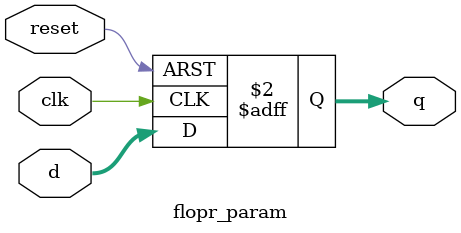
<source format=v>
`timescale 1ns/1ns

module flopr_param #(parameter WIDTH = 32) (
    input clk,
    input reset,
    input [WIDTH-1:0] d,
    output reg [WIDTH-1:0] q
);
    always @(posedge clk or posedge reset) begin
        if (reset)
            q <= 0;
        else
            q <= d;
    end
endmodule
</source>
